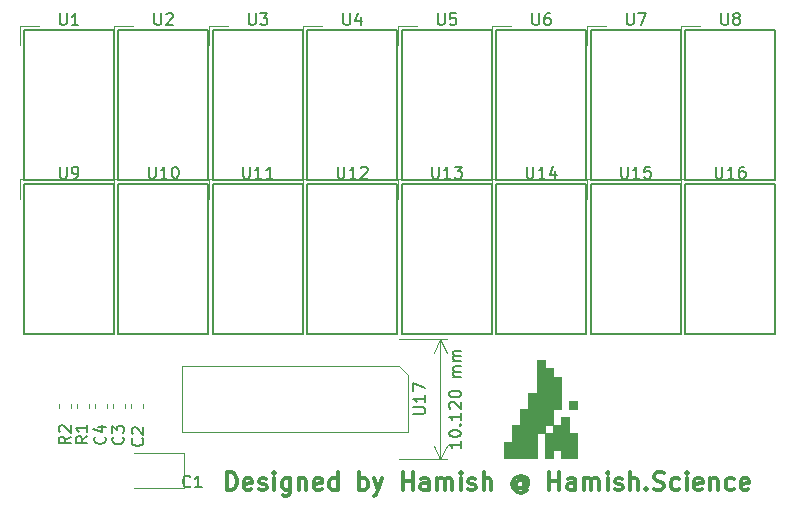
<source format=gbr>
G04 #@! TF.GenerationSoftware,KiCad,Pcbnew,(5.1.0-0)*
G04 #@! TF.CreationDate,2020-06-30T09:10:09+01:00*
G04 #@! TF.ProjectId,Display,44697370-6c61-4792-9e6b-696361645f70,rev?*
G04 #@! TF.SameCoordinates,Original*
G04 #@! TF.FileFunction,Legend,Top*
G04 #@! TF.FilePolarity,Positive*
%FSLAX46Y46*%
G04 Gerber Fmt 4.6, Leading zero omitted, Abs format (unit mm)*
G04 Created by KiCad (PCBNEW (5.1.0-0)) date 2020-06-30 09:10:09*
%MOMM*%
%LPD*%
G04 APERTURE LIST*
%ADD10C,0.150000*%
%ADD11C,0.120000*%
%ADD12C,0.300000*%
%ADD13C,0.010000*%
G04 APERTURE END LIST*
D10*
X209722380Y-95541428D02*
X209722380Y-96112857D01*
X209722380Y-95827142D02*
X208722380Y-95827142D01*
X208865238Y-95922380D01*
X208960476Y-96017619D01*
X209008095Y-96112857D01*
X208722380Y-94922380D02*
X208722380Y-94827142D01*
X208770000Y-94731904D01*
X208817619Y-94684285D01*
X208912857Y-94636666D01*
X209103333Y-94589047D01*
X209341428Y-94589047D01*
X209531904Y-94636666D01*
X209627142Y-94684285D01*
X209674761Y-94731904D01*
X209722380Y-94827142D01*
X209722380Y-94922380D01*
X209674761Y-95017619D01*
X209627142Y-95065238D01*
X209531904Y-95112857D01*
X209341428Y-95160476D01*
X209103333Y-95160476D01*
X208912857Y-95112857D01*
X208817619Y-95065238D01*
X208770000Y-95017619D01*
X208722380Y-94922380D01*
X209627142Y-94160476D02*
X209674761Y-94112857D01*
X209722380Y-94160476D01*
X209674761Y-94208095D01*
X209627142Y-94160476D01*
X209722380Y-94160476D01*
X209722380Y-93160476D02*
X209722380Y-93731904D01*
X209722380Y-93446190D02*
X208722380Y-93446190D01*
X208865238Y-93541428D01*
X208960476Y-93636666D01*
X209008095Y-93731904D01*
X208817619Y-92779523D02*
X208770000Y-92731904D01*
X208722380Y-92636666D01*
X208722380Y-92398571D01*
X208770000Y-92303333D01*
X208817619Y-92255714D01*
X208912857Y-92208095D01*
X209008095Y-92208095D01*
X209150952Y-92255714D01*
X209722380Y-92827142D01*
X209722380Y-92208095D01*
X208722380Y-91589047D02*
X208722380Y-91493809D01*
X208770000Y-91398571D01*
X208817619Y-91350952D01*
X208912857Y-91303333D01*
X209103333Y-91255714D01*
X209341428Y-91255714D01*
X209531904Y-91303333D01*
X209627142Y-91350952D01*
X209674761Y-91398571D01*
X209722380Y-91493809D01*
X209722380Y-91589047D01*
X209674761Y-91684285D01*
X209627142Y-91731904D01*
X209531904Y-91779523D01*
X209341428Y-91827142D01*
X209103333Y-91827142D01*
X208912857Y-91779523D01*
X208817619Y-91731904D01*
X208770000Y-91684285D01*
X208722380Y-91589047D01*
X209722380Y-90065238D02*
X209055714Y-90065238D01*
X209150952Y-90065238D02*
X209103333Y-90017619D01*
X209055714Y-89922380D01*
X209055714Y-89779523D01*
X209103333Y-89684285D01*
X209198571Y-89636666D01*
X209722380Y-89636666D01*
X209198571Y-89636666D02*
X209103333Y-89589047D01*
X209055714Y-89493809D01*
X209055714Y-89350952D01*
X209103333Y-89255714D01*
X209198571Y-89208095D01*
X209722380Y-89208095D01*
X209722380Y-88731904D02*
X209055714Y-88731904D01*
X209150952Y-88731904D02*
X209103333Y-88684285D01*
X209055714Y-88589047D01*
X209055714Y-88446190D01*
X209103333Y-88350952D01*
X209198571Y-88303333D01*
X209722380Y-88303333D01*
X209198571Y-88303333D02*
X209103333Y-88255714D01*
X209055714Y-88160476D01*
X209055714Y-88017619D01*
X209103333Y-87922380D01*
X209198571Y-87874761D01*
X209722380Y-87874761D01*
D11*
X208000000Y-97030000D02*
X208000000Y-86910000D01*
X204510000Y-97030000D02*
X208586421Y-97030000D01*
X204510000Y-86910000D02*
X208586421Y-86910000D01*
X208000000Y-86910000D02*
X208586421Y-88036504D01*
X208000000Y-86910000D02*
X207413579Y-88036504D01*
X208000000Y-97030000D02*
X208586421Y-95903496D01*
X208000000Y-97030000D02*
X207413579Y-95903496D01*
D12*
X189928571Y-99678571D02*
X189928571Y-98178571D01*
X190285714Y-98178571D01*
X190500000Y-98250000D01*
X190642857Y-98392857D01*
X190714285Y-98535714D01*
X190785714Y-98821428D01*
X190785714Y-99035714D01*
X190714285Y-99321428D01*
X190642857Y-99464285D01*
X190500000Y-99607142D01*
X190285714Y-99678571D01*
X189928571Y-99678571D01*
X192000000Y-99607142D02*
X191857142Y-99678571D01*
X191571428Y-99678571D01*
X191428571Y-99607142D01*
X191357142Y-99464285D01*
X191357142Y-98892857D01*
X191428571Y-98750000D01*
X191571428Y-98678571D01*
X191857142Y-98678571D01*
X192000000Y-98750000D01*
X192071428Y-98892857D01*
X192071428Y-99035714D01*
X191357142Y-99178571D01*
X192642857Y-99607142D02*
X192785714Y-99678571D01*
X193071428Y-99678571D01*
X193214285Y-99607142D01*
X193285714Y-99464285D01*
X193285714Y-99392857D01*
X193214285Y-99250000D01*
X193071428Y-99178571D01*
X192857142Y-99178571D01*
X192714285Y-99107142D01*
X192642857Y-98964285D01*
X192642857Y-98892857D01*
X192714285Y-98750000D01*
X192857142Y-98678571D01*
X193071428Y-98678571D01*
X193214285Y-98750000D01*
X193928571Y-99678571D02*
X193928571Y-98678571D01*
X193928571Y-98178571D02*
X193857142Y-98250000D01*
X193928571Y-98321428D01*
X194000000Y-98250000D01*
X193928571Y-98178571D01*
X193928571Y-98321428D01*
X195285714Y-98678571D02*
X195285714Y-99892857D01*
X195214285Y-100035714D01*
X195142857Y-100107142D01*
X195000000Y-100178571D01*
X194785714Y-100178571D01*
X194642857Y-100107142D01*
X195285714Y-99607142D02*
X195142857Y-99678571D01*
X194857142Y-99678571D01*
X194714285Y-99607142D01*
X194642857Y-99535714D01*
X194571428Y-99392857D01*
X194571428Y-98964285D01*
X194642857Y-98821428D01*
X194714285Y-98750000D01*
X194857142Y-98678571D01*
X195142857Y-98678571D01*
X195285714Y-98750000D01*
X196000000Y-98678571D02*
X196000000Y-99678571D01*
X196000000Y-98821428D02*
X196071428Y-98750000D01*
X196214285Y-98678571D01*
X196428571Y-98678571D01*
X196571428Y-98750000D01*
X196642857Y-98892857D01*
X196642857Y-99678571D01*
X197928571Y-99607142D02*
X197785714Y-99678571D01*
X197500000Y-99678571D01*
X197357142Y-99607142D01*
X197285714Y-99464285D01*
X197285714Y-98892857D01*
X197357142Y-98750000D01*
X197500000Y-98678571D01*
X197785714Y-98678571D01*
X197928571Y-98750000D01*
X198000000Y-98892857D01*
X198000000Y-99035714D01*
X197285714Y-99178571D01*
X199285714Y-99678571D02*
X199285714Y-98178571D01*
X199285714Y-99607142D02*
X199142857Y-99678571D01*
X198857142Y-99678571D01*
X198714285Y-99607142D01*
X198642857Y-99535714D01*
X198571428Y-99392857D01*
X198571428Y-98964285D01*
X198642857Y-98821428D01*
X198714285Y-98750000D01*
X198857142Y-98678571D01*
X199142857Y-98678571D01*
X199285714Y-98750000D01*
X201142857Y-99678571D02*
X201142857Y-98178571D01*
X201142857Y-98750000D02*
X201285714Y-98678571D01*
X201571428Y-98678571D01*
X201714285Y-98750000D01*
X201785714Y-98821428D01*
X201857142Y-98964285D01*
X201857142Y-99392857D01*
X201785714Y-99535714D01*
X201714285Y-99607142D01*
X201571428Y-99678571D01*
X201285714Y-99678571D01*
X201142857Y-99607142D01*
X202357142Y-98678571D02*
X202714285Y-99678571D01*
X203071428Y-98678571D02*
X202714285Y-99678571D01*
X202571428Y-100035714D01*
X202500000Y-100107142D01*
X202357142Y-100178571D01*
X204785714Y-99678571D02*
X204785714Y-98178571D01*
X204785714Y-98892857D02*
X205642857Y-98892857D01*
X205642857Y-99678571D02*
X205642857Y-98178571D01*
X207000000Y-99678571D02*
X207000000Y-98892857D01*
X206928571Y-98750000D01*
X206785714Y-98678571D01*
X206500000Y-98678571D01*
X206357142Y-98750000D01*
X207000000Y-99607142D02*
X206857142Y-99678571D01*
X206500000Y-99678571D01*
X206357142Y-99607142D01*
X206285714Y-99464285D01*
X206285714Y-99321428D01*
X206357142Y-99178571D01*
X206500000Y-99107142D01*
X206857142Y-99107142D01*
X207000000Y-99035714D01*
X207714285Y-99678571D02*
X207714285Y-98678571D01*
X207714285Y-98821428D02*
X207785714Y-98750000D01*
X207928571Y-98678571D01*
X208142857Y-98678571D01*
X208285714Y-98750000D01*
X208357142Y-98892857D01*
X208357142Y-99678571D01*
X208357142Y-98892857D02*
X208428571Y-98750000D01*
X208571428Y-98678571D01*
X208785714Y-98678571D01*
X208928571Y-98750000D01*
X209000000Y-98892857D01*
X209000000Y-99678571D01*
X209714285Y-99678571D02*
X209714285Y-98678571D01*
X209714285Y-98178571D02*
X209642857Y-98250000D01*
X209714285Y-98321428D01*
X209785714Y-98250000D01*
X209714285Y-98178571D01*
X209714285Y-98321428D01*
X210357142Y-99607142D02*
X210500000Y-99678571D01*
X210785714Y-99678571D01*
X210928571Y-99607142D01*
X211000000Y-99464285D01*
X211000000Y-99392857D01*
X210928571Y-99250000D01*
X210785714Y-99178571D01*
X210571428Y-99178571D01*
X210428571Y-99107142D01*
X210357142Y-98964285D01*
X210357142Y-98892857D01*
X210428571Y-98750000D01*
X210571428Y-98678571D01*
X210785714Y-98678571D01*
X210928571Y-98750000D01*
X211642857Y-99678571D02*
X211642857Y-98178571D01*
X212285714Y-99678571D02*
X212285714Y-98892857D01*
X212214285Y-98750000D01*
X212071428Y-98678571D01*
X211857142Y-98678571D01*
X211714285Y-98750000D01*
X211642857Y-98821428D01*
X215071428Y-98964285D02*
X215000000Y-98892857D01*
X214857142Y-98821428D01*
X214714285Y-98821428D01*
X214571428Y-98892857D01*
X214500000Y-98964285D01*
X214428571Y-99107142D01*
X214428571Y-99250000D01*
X214500000Y-99392857D01*
X214571428Y-99464285D01*
X214714285Y-99535714D01*
X214857142Y-99535714D01*
X215000000Y-99464285D01*
X215071428Y-99392857D01*
X215071428Y-98821428D02*
X215071428Y-99392857D01*
X215142857Y-99464285D01*
X215214285Y-99464285D01*
X215357142Y-99392857D01*
X215428571Y-99250000D01*
X215428571Y-98892857D01*
X215285714Y-98678571D01*
X215071428Y-98535714D01*
X214785714Y-98464285D01*
X214500000Y-98535714D01*
X214285714Y-98678571D01*
X214142857Y-98892857D01*
X214071428Y-99178571D01*
X214142857Y-99464285D01*
X214285714Y-99678571D01*
X214500000Y-99821428D01*
X214785714Y-99892857D01*
X215071428Y-99821428D01*
X215285714Y-99678571D01*
X217214285Y-99678571D02*
X217214285Y-98178571D01*
X217214285Y-98892857D02*
X218071428Y-98892857D01*
X218071428Y-99678571D02*
X218071428Y-98178571D01*
X219428571Y-99678571D02*
X219428571Y-98892857D01*
X219357142Y-98750000D01*
X219214285Y-98678571D01*
X218928571Y-98678571D01*
X218785714Y-98750000D01*
X219428571Y-99607142D02*
X219285714Y-99678571D01*
X218928571Y-99678571D01*
X218785714Y-99607142D01*
X218714285Y-99464285D01*
X218714285Y-99321428D01*
X218785714Y-99178571D01*
X218928571Y-99107142D01*
X219285714Y-99107142D01*
X219428571Y-99035714D01*
X220142857Y-99678571D02*
X220142857Y-98678571D01*
X220142857Y-98821428D02*
X220214285Y-98750000D01*
X220357142Y-98678571D01*
X220571428Y-98678571D01*
X220714285Y-98750000D01*
X220785714Y-98892857D01*
X220785714Y-99678571D01*
X220785714Y-98892857D02*
X220857142Y-98750000D01*
X221000000Y-98678571D01*
X221214285Y-98678571D01*
X221357142Y-98750000D01*
X221428571Y-98892857D01*
X221428571Y-99678571D01*
X222142857Y-99678571D02*
X222142857Y-98678571D01*
X222142857Y-98178571D02*
X222071428Y-98250000D01*
X222142857Y-98321428D01*
X222214285Y-98250000D01*
X222142857Y-98178571D01*
X222142857Y-98321428D01*
X222785714Y-99607142D02*
X222928571Y-99678571D01*
X223214285Y-99678571D01*
X223357142Y-99607142D01*
X223428571Y-99464285D01*
X223428571Y-99392857D01*
X223357142Y-99250000D01*
X223214285Y-99178571D01*
X223000000Y-99178571D01*
X222857142Y-99107142D01*
X222785714Y-98964285D01*
X222785714Y-98892857D01*
X222857142Y-98750000D01*
X223000000Y-98678571D01*
X223214285Y-98678571D01*
X223357142Y-98750000D01*
X224071428Y-99678571D02*
X224071428Y-98178571D01*
X224714285Y-99678571D02*
X224714285Y-98892857D01*
X224642857Y-98750000D01*
X224500000Y-98678571D01*
X224285714Y-98678571D01*
X224142857Y-98750000D01*
X224071428Y-98821428D01*
X225428571Y-99535714D02*
X225500000Y-99607142D01*
X225428571Y-99678571D01*
X225357142Y-99607142D01*
X225428571Y-99535714D01*
X225428571Y-99678571D01*
X226071428Y-99607142D02*
X226285714Y-99678571D01*
X226642857Y-99678571D01*
X226785714Y-99607142D01*
X226857142Y-99535714D01*
X226928571Y-99392857D01*
X226928571Y-99250000D01*
X226857142Y-99107142D01*
X226785714Y-99035714D01*
X226642857Y-98964285D01*
X226357142Y-98892857D01*
X226214285Y-98821428D01*
X226142857Y-98750000D01*
X226071428Y-98607142D01*
X226071428Y-98464285D01*
X226142857Y-98321428D01*
X226214285Y-98250000D01*
X226357142Y-98178571D01*
X226714285Y-98178571D01*
X226928571Y-98250000D01*
X228214285Y-99607142D02*
X228071428Y-99678571D01*
X227785714Y-99678571D01*
X227642857Y-99607142D01*
X227571428Y-99535714D01*
X227500000Y-99392857D01*
X227500000Y-98964285D01*
X227571428Y-98821428D01*
X227642857Y-98750000D01*
X227785714Y-98678571D01*
X228071428Y-98678571D01*
X228214285Y-98750000D01*
X228857142Y-99678571D02*
X228857142Y-98678571D01*
X228857142Y-98178571D02*
X228785714Y-98250000D01*
X228857142Y-98321428D01*
X228928571Y-98250000D01*
X228857142Y-98178571D01*
X228857142Y-98321428D01*
X230142857Y-99607142D02*
X230000000Y-99678571D01*
X229714285Y-99678571D01*
X229571428Y-99607142D01*
X229500000Y-99464285D01*
X229500000Y-98892857D01*
X229571428Y-98750000D01*
X229714285Y-98678571D01*
X230000000Y-98678571D01*
X230142857Y-98750000D01*
X230214285Y-98892857D01*
X230214285Y-99035714D01*
X229500000Y-99178571D01*
X230857142Y-98678571D02*
X230857142Y-99678571D01*
X230857142Y-98821428D02*
X230928571Y-98750000D01*
X231071428Y-98678571D01*
X231285714Y-98678571D01*
X231428571Y-98750000D01*
X231500000Y-98892857D01*
X231500000Y-99678571D01*
X232857142Y-99607142D02*
X232714285Y-99678571D01*
X232428571Y-99678571D01*
X232285714Y-99607142D01*
X232214285Y-99535714D01*
X232142857Y-99392857D01*
X232142857Y-98964285D01*
X232214285Y-98821428D01*
X232285714Y-98750000D01*
X232428571Y-98678571D01*
X232714285Y-98678571D01*
X232857142Y-98750000D01*
X234071428Y-99607142D02*
X233928571Y-99678571D01*
X233642857Y-99678571D01*
X233500000Y-99607142D01*
X233428571Y-99464285D01*
X233428571Y-98892857D01*
X233500000Y-98750000D01*
X233642857Y-98678571D01*
X233928571Y-98678571D01*
X234071428Y-98750000D01*
X234142857Y-98892857D01*
X234142857Y-99035714D01*
X233428571Y-99178571D01*
D11*
X180370000Y-73370000D02*
X182000000Y-73370000D01*
X180370000Y-75000000D02*
X180370000Y-73370000D01*
D10*
X188350000Y-86430000D02*
X188350000Y-73730000D01*
X180730000Y-86430000D02*
X188350000Y-86430000D01*
X180730000Y-73730000D02*
X180730000Y-86430000D01*
X188350000Y-73730000D02*
X180730000Y-73730000D01*
D11*
X204455000Y-89160000D02*
X205255000Y-89960000D01*
X205255000Y-89960000D02*
X205255000Y-94780000D01*
X205255000Y-94780000D02*
X186145000Y-94780000D01*
X186145000Y-94780000D02*
X186145000Y-89160000D01*
X186145000Y-89160000D02*
X204455000Y-89160000D01*
D13*
G36*
X218882500Y-96247500D02*
G01*
X219570000Y-96247500D01*
X219570000Y-96935000D01*
X218882500Y-96935000D01*
X218882500Y-96247500D01*
X218882500Y-96247500D01*
G37*
X218882500Y-96247500D02*
X219570000Y-96247500D01*
X219570000Y-96935000D01*
X218882500Y-96935000D01*
X218882500Y-96247500D01*
G36*
X218195000Y-96247500D02*
G01*
X218882500Y-96247500D01*
X218882500Y-96935000D01*
X218195000Y-96935000D01*
X218195000Y-96247500D01*
X218195000Y-96247500D01*
G37*
X218195000Y-96247500D02*
X218882500Y-96247500D01*
X218882500Y-96935000D01*
X218195000Y-96935000D01*
X218195000Y-96247500D01*
G36*
X216820000Y-96247500D02*
G01*
X217507500Y-96247500D01*
X217507500Y-96935000D01*
X216820000Y-96935000D01*
X216820000Y-96247500D01*
X216820000Y-96247500D01*
G37*
X216820000Y-96247500D02*
X217507500Y-96247500D01*
X217507500Y-96935000D01*
X216820000Y-96935000D01*
X216820000Y-96247500D01*
G36*
X215445000Y-96247500D02*
G01*
X216132500Y-96247500D01*
X216132500Y-96935000D01*
X215445000Y-96935000D01*
X215445000Y-96247500D01*
X215445000Y-96247500D01*
G37*
X215445000Y-96247500D02*
X216132500Y-96247500D01*
X216132500Y-96935000D01*
X215445000Y-96935000D01*
X215445000Y-96247500D01*
G36*
X214757500Y-96247500D02*
G01*
X215445000Y-96247500D01*
X215445000Y-96935000D01*
X214757500Y-96935000D01*
X214757500Y-96247500D01*
X214757500Y-96247500D01*
G37*
X214757500Y-96247500D02*
X215445000Y-96247500D01*
X215445000Y-96935000D01*
X214757500Y-96935000D01*
X214757500Y-96247500D01*
G36*
X214070000Y-96247500D02*
G01*
X214757500Y-96247500D01*
X214757500Y-96935000D01*
X214070000Y-96935000D01*
X214070000Y-96247500D01*
X214070000Y-96247500D01*
G37*
X214070000Y-96247500D02*
X214757500Y-96247500D01*
X214757500Y-96935000D01*
X214070000Y-96935000D01*
X214070000Y-96247500D01*
G36*
X213382500Y-96247500D02*
G01*
X214070000Y-96247500D01*
X214070000Y-96935000D01*
X213382500Y-96935000D01*
X213382500Y-96247500D01*
X213382500Y-96247500D01*
G37*
X213382500Y-96247500D02*
X214070000Y-96247500D01*
X214070000Y-96935000D01*
X213382500Y-96935000D01*
X213382500Y-96247500D01*
G36*
X218882500Y-95560000D02*
G01*
X219570000Y-95560000D01*
X219570000Y-96247500D01*
X218882500Y-96247500D01*
X218882500Y-95560000D01*
X218882500Y-95560000D01*
G37*
X218882500Y-95560000D02*
X219570000Y-95560000D01*
X219570000Y-96247500D01*
X218882500Y-96247500D01*
X218882500Y-95560000D01*
G36*
X218195000Y-95560000D02*
G01*
X218882500Y-95560000D01*
X218882500Y-96247500D01*
X218195000Y-96247500D01*
X218195000Y-95560000D01*
X218195000Y-95560000D01*
G37*
X218195000Y-95560000D02*
X218882500Y-95560000D01*
X218882500Y-96247500D01*
X218195000Y-96247500D01*
X218195000Y-95560000D01*
G36*
X217507500Y-95560000D02*
G01*
X218195000Y-95560000D01*
X218195000Y-96247500D01*
X217507500Y-96247500D01*
X217507500Y-95560000D01*
X217507500Y-95560000D01*
G37*
X217507500Y-95560000D02*
X218195000Y-95560000D01*
X218195000Y-96247500D01*
X217507500Y-96247500D01*
X217507500Y-95560000D01*
G36*
X216820000Y-95560000D02*
G01*
X217507500Y-95560000D01*
X217507500Y-96247500D01*
X216820000Y-96247500D01*
X216820000Y-95560000D01*
X216820000Y-95560000D01*
G37*
X216820000Y-95560000D02*
X217507500Y-95560000D01*
X217507500Y-96247500D01*
X216820000Y-96247500D01*
X216820000Y-95560000D01*
G36*
X215445000Y-95560000D02*
G01*
X216132500Y-95560000D01*
X216132500Y-96247500D01*
X215445000Y-96247500D01*
X215445000Y-95560000D01*
X215445000Y-95560000D01*
G37*
X215445000Y-95560000D02*
X216132500Y-95560000D01*
X216132500Y-96247500D01*
X215445000Y-96247500D01*
X215445000Y-95560000D01*
G36*
X214757500Y-95560000D02*
G01*
X215445000Y-95560000D01*
X215445000Y-96247500D01*
X214757500Y-96247500D01*
X214757500Y-95560000D01*
X214757500Y-95560000D01*
G37*
X214757500Y-95560000D02*
X215445000Y-95560000D01*
X215445000Y-96247500D01*
X214757500Y-96247500D01*
X214757500Y-95560000D01*
G36*
X214070000Y-95560000D02*
G01*
X214757500Y-95560000D01*
X214757500Y-96247500D01*
X214070000Y-96247500D01*
X214070000Y-95560000D01*
X214070000Y-95560000D01*
G37*
X214070000Y-95560000D02*
X214757500Y-95560000D01*
X214757500Y-96247500D01*
X214070000Y-96247500D01*
X214070000Y-95560000D01*
G36*
X213382500Y-95560000D02*
G01*
X214070000Y-95560000D01*
X214070000Y-96247500D01*
X213382500Y-96247500D01*
X213382500Y-95560000D01*
X213382500Y-95560000D01*
G37*
X213382500Y-95560000D02*
X214070000Y-95560000D01*
X214070000Y-96247500D01*
X213382500Y-96247500D01*
X213382500Y-95560000D01*
G36*
X218882500Y-94872500D02*
G01*
X219570000Y-94872500D01*
X219570000Y-95560000D01*
X218882500Y-95560000D01*
X218882500Y-94872500D01*
X218882500Y-94872500D01*
G37*
X218882500Y-94872500D02*
X219570000Y-94872500D01*
X219570000Y-95560000D01*
X218882500Y-95560000D01*
X218882500Y-94872500D01*
G36*
X218195000Y-94872500D02*
G01*
X218882500Y-94872500D01*
X218882500Y-95560000D01*
X218195000Y-95560000D01*
X218195000Y-94872500D01*
X218195000Y-94872500D01*
G37*
X218195000Y-94872500D02*
X218882500Y-94872500D01*
X218882500Y-95560000D01*
X218195000Y-95560000D01*
X218195000Y-94872500D01*
G36*
X217507500Y-94872500D02*
G01*
X218195000Y-94872500D01*
X218195000Y-95560000D01*
X217507500Y-95560000D01*
X217507500Y-94872500D01*
X217507500Y-94872500D01*
G37*
X217507500Y-94872500D02*
X218195000Y-94872500D01*
X218195000Y-95560000D01*
X217507500Y-95560000D01*
X217507500Y-94872500D01*
G36*
X216820000Y-94872500D02*
G01*
X217507500Y-94872500D01*
X217507500Y-95560000D01*
X216820000Y-95560000D01*
X216820000Y-94872500D01*
X216820000Y-94872500D01*
G37*
X216820000Y-94872500D02*
X217507500Y-94872500D01*
X217507500Y-95560000D01*
X216820000Y-95560000D01*
X216820000Y-94872500D01*
G36*
X215445000Y-94872500D02*
G01*
X216132500Y-94872500D01*
X216132500Y-95560000D01*
X215445000Y-95560000D01*
X215445000Y-94872500D01*
X215445000Y-94872500D01*
G37*
X215445000Y-94872500D02*
X216132500Y-94872500D01*
X216132500Y-95560000D01*
X215445000Y-95560000D01*
X215445000Y-94872500D01*
G36*
X214757500Y-94872500D02*
G01*
X215445000Y-94872500D01*
X215445000Y-95560000D01*
X214757500Y-95560000D01*
X214757500Y-94872500D01*
X214757500Y-94872500D01*
G37*
X214757500Y-94872500D02*
X215445000Y-94872500D01*
X215445000Y-95560000D01*
X214757500Y-95560000D01*
X214757500Y-94872500D01*
G36*
X214070000Y-94872500D02*
G01*
X214757500Y-94872500D01*
X214757500Y-95560000D01*
X214070000Y-95560000D01*
X214070000Y-94872500D01*
X214070000Y-94872500D01*
G37*
X214070000Y-94872500D02*
X214757500Y-94872500D01*
X214757500Y-95560000D01*
X214070000Y-95560000D01*
X214070000Y-94872500D01*
G36*
X218195000Y-94185000D02*
G01*
X218882500Y-94185000D01*
X218882500Y-94872500D01*
X218195000Y-94872500D01*
X218195000Y-94185000D01*
X218195000Y-94185000D01*
G37*
X218195000Y-94185000D02*
X218882500Y-94185000D01*
X218882500Y-94872500D01*
X218195000Y-94872500D01*
X218195000Y-94185000D01*
G36*
X217507500Y-94185000D02*
G01*
X218195000Y-94185000D01*
X218195000Y-94872500D01*
X217507500Y-94872500D01*
X217507500Y-94185000D01*
X217507500Y-94185000D01*
G37*
X217507500Y-94185000D02*
X218195000Y-94185000D01*
X218195000Y-94872500D01*
X217507500Y-94872500D01*
X217507500Y-94185000D01*
G36*
X216132500Y-94185000D02*
G01*
X216820000Y-94185000D01*
X216820000Y-94872500D01*
X216132500Y-94872500D01*
X216132500Y-94185000D01*
X216132500Y-94185000D01*
G37*
X216132500Y-94185000D02*
X216820000Y-94185000D01*
X216820000Y-94872500D01*
X216132500Y-94872500D01*
X216132500Y-94185000D01*
G36*
X215445000Y-94185000D02*
G01*
X216132500Y-94185000D01*
X216132500Y-94872500D01*
X215445000Y-94872500D01*
X215445000Y-94185000D01*
X215445000Y-94185000D01*
G37*
X215445000Y-94185000D02*
X216132500Y-94185000D01*
X216132500Y-94872500D01*
X215445000Y-94872500D01*
X215445000Y-94185000D01*
G36*
X214757500Y-94185000D02*
G01*
X215445000Y-94185000D01*
X215445000Y-94872500D01*
X214757500Y-94872500D01*
X214757500Y-94185000D01*
X214757500Y-94185000D01*
G37*
X214757500Y-94185000D02*
X215445000Y-94185000D01*
X215445000Y-94872500D01*
X214757500Y-94872500D01*
X214757500Y-94185000D01*
G36*
X214070000Y-94185000D02*
G01*
X214757500Y-94185000D01*
X214757500Y-94872500D01*
X214070000Y-94872500D01*
X214070000Y-94185000D01*
X214070000Y-94185000D01*
G37*
X214070000Y-94185000D02*
X214757500Y-94185000D01*
X214757500Y-94872500D01*
X214070000Y-94872500D01*
X214070000Y-94185000D01*
G36*
X218195000Y-93497500D02*
G01*
X218882500Y-93497500D01*
X218882500Y-94185000D01*
X218195000Y-94185000D01*
X218195000Y-93497500D01*
X218195000Y-93497500D01*
G37*
X218195000Y-93497500D02*
X218882500Y-93497500D01*
X218882500Y-94185000D01*
X218195000Y-94185000D01*
X218195000Y-93497500D01*
G36*
X216820000Y-93497500D02*
G01*
X217507500Y-93497500D01*
X217507500Y-94185000D01*
X216820000Y-94185000D01*
X216820000Y-93497500D01*
X216820000Y-93497500D01*
G37*
X216820000Y-93497500D02*
X217507500Y-93497500D01*
X217507500Y-94185000D01*
X216820000Y-94185000D01*
X216820000Y-93497500D01*
G36*
X216132500Y-93497500D02*
G01*
X216820000Y-93497500D01*
X216820000Y-94185000D01*
X216132500Y-94185000D01*
X216132500Y-93497500D01*
X216132500Y-93497500D01*
G37*
X216132500Y-93497500D02*
X216820000Y-93497500D01*
X216820000Y-94185000D01*
X216132500Y-94185000D01*
X216132500Y-93497500D01*
G36*
X215445000Y-93497500D02*
G01*
X216132500Y-93497500D01*
X216132500Y-94185000D01*
X215445000Y-94185000D01*
X215445000Y-93497500D01*
X215445000Y-93497500D01*
G37*
X215445000Y-93497500D02*
X216132500Y-93497500D01*
X216132500Y-94185000D01*
X215445000Y-94185000D01*
X215445000Y-93497500D01*
G36*
X214757500Y-93497500D02*
G01*
X215445000Y-93497500D01*
X215445000Y-94185000D01*
X214757500Y-94185000D01*
X214757500Y-93497500D01*
X214757500Y-93497500D01*
G37*
X214757500Y-93497500D02*
X215445000Y-93497500D01*
X215445000Y-94185000D01*
X214757500Y-94185000D01*
X214757500Y-93497500D01*
G36*
X216820000Y-92810000D02*
G01*
X217507500Y-92810000D01*
X217507500Y-93497500D01*
X216820000Y-93497500D01*
X216820000Y-92810000D01*
X216820000Y-92810000D01*
G37*
X216820000Y-92810000D02*
X217507500Y-92810000D01*
X217507500Y-93497500D01*
X216820000Y-93497500D01*
X216820000Y-92810000D01*
G36*
X216132500Y-92810000D02*
G01*
X216820000Y-92810000D01*
X216820000Y-93497500D01*
X216132500Y-93497500D01*
X216132500Y-92810000D01*
X216132500Y-92810000D01*
G37*
X216132500Y-92810000D02*
X216820000Y-92810000D01*
X216820000Y-93497500D01*
X216132500Y-93497500D01*
X216132500Y-92810000D01*
G36*
X215445000Y-92810000D02*
G01*
X216132500Y-92810000D01*
X216132500Y-93497500D01*
X215445000Y-93497500D01*
X215445000Y-92810000D01*
X215445000Y-92810000D01*
G37*
X215445000Y-92810000D02*
X216132500Y-92810000D01*
X216132500Y-93497500D01*
X215445000Y-93497500D01*
X215445000Y-92810000D01*
G36*
X214757500Y-92810000D02*
G01*
X215445000Y-92810000D01*
X215445000Y-93497500D01*
X214757500Y-93497500D01*
X214757500Y-92810000D01*
X214757500Y-92810000D01*
G37*
X214757500Y-92810000D02*
X215445000Y-92810000D01*
X215445000Y-93497500D01*
X214757500Y-93497500D01*
X214757500Y-92810000D01*
G36*
X218882500Y-92122500D02*
G01*
X219570000Y-92122500D01*
X219570000Y-92810000D01*
X218882500Y-92810000D01*
X218882500Y-92122500D01*
X218882500Y-92122500D01*
G37*
X218882500Y-92122500D02*
X219570000Y-92122500D01*
X219570000Y-92810000D01*
X218882500Y-92810000D01*
X218882500Y-92122500D01*
G36*
X217507500Y-92122500D02*
G01*
X218195000Y-92122500D01*
X218195000Y-92810000D01*
X217507500Y-92810000D01*
X217507500Y-92122500D01*
X217507500Y-92122500D01*
G37*
X217507500Y-92122500D02*
X218195000Y-92122500D01*
X218195000Y-92810000D01*
X217507500Y-92810000D01*
X217507500Y-92122500D01*
G36*
X216820000Y-92122500D02*
G01*
X217507500Y-92122500D01*
X217507500Y-92810000D01*
X216820000Y-92810000D01*
X216820000Y-92122500D01*
X216820000Y-92122500D01*
G37*
X216820000Y-92122500D02*
X217507500Y-92122500D01*
X217507500Y-92810000D01*
X216820000Y-92810000D01*
X216820000Y-92122500D01*
G36*
X216132500Y-92122500D02*
G01*
X216820000Y-92122500D01*
X216820000Y-92810000D01*
X216132500Y-92810000D01*
X216132500Y-92122500D01*
X216132500Y-92122500D01*
G37*
X216132500Y-92122500D02*
X216820000Y-92122500D01*
X216820000Y-92810000D01*
X216132500Y-92810000D01*
X216132500Y-92122500D01*
G36*
X215445000Y-92122500D02*
G01*
X216132500Y-92122500D01*
X216132500Y-92810000D01*
X215445000Y-92810000D01*
X215445000Y-92122500D01*
X215445000Y-92122500D01*
G37*
X215445000Y-92122500D02*
X216132500Y-92122500D01*
X216132500Y-92810000D01*
X215445000Y-92810000D01*
X215445000Y-92122500D01*
G36*
X217507500Y-91435000D02*
G01*
X218195000Y-91435000D01*
X218195000Y-92122500D01*
X217507500Y-92122500D01*
X217507500Y-91435000D01*
X217507500Y-91435000D01*
G37*
X217507500Y-91435000D02*
X218195000Y-91435000D01*
X218195000Y-92122500D01*
X217507500Y-92122500D01*
X217507500Y-91435000D01*
G36*
X216820000Y-91435000D02*
G01*
X217507500Y-91435000D01*
X217507500Y-92122500D01*
X216820000Y-92122500D01*
X216820000Y-91435000D01*
X216820000Y-91435000D01*
G37*
X216820000Y-91435000D02*
X217507500Y-91435000D01*
X217507500Y-92122500D01*
X216820000Y-92122500D01*
X216820000Y-91435000D01*
G36*
X216132500Y-91435000D02*
G01*
X216820000Y-91435000D01*
X216820000Y-92122500D01*
X216132500Y-92122500D01*
X216132500Y-91435000D01*
X216132500Y-91435000D01*
G37*
X216132500Y-91435000D02*
X216820000Y-91435000D01*
X216820000Y-92122500D01*
X216132500Y-92122500D01*
X216132500Y-91435000D01*
G36*
X215445000Y-91435000D02*
G01*
X216132500Y-91435000D01*
X216132500Y-92122500D01*
X215445000Y-92122500D01*
X215445000Y-91435000D01*
X215445000Y-91435000D01*
G37*
X215445000Y-91435000D02*
X216132500Y-91435000D01*
X216132500Y-92122500D01*
X215445000Y-92122500D01*
X215445000Y-91435000D01*
G36*
X217507500Y-90747500D02*
G01*
X218195000Y-90747500D01*
X218195000Y-91435000D01*
X217507500Y-91435000D01*
X217507500Y-90747500D01*
X217507500Y-90747500D01*
G37*
X217507500Y-90747500D02*
X218195000Y-90747500D01*
X218195000Y-91435000D01*
X217507500Y-91435000D01*
X217507500Y-90747500D01*
G36*
X216820000Y-90747500D02*
G01*
X217507500Y-90747500D01*
X217507500Y-91435000D01*
X216820000Y-91435000D01*
X216820000Y-90747500D01*
X216820000Y-90747500D01*
G37*
X216820000Y-90747500D02*
X217507500Y-90747500D01*
X217507500Y-91435000D01*
X216820000Y-91435000D01*
X216820000Y-90747500D01*
G36*
X216132500Y-90747500D02*
G01*
X216820000Y-90747500D01*
X216820000Y-91435000D01*
X216132500Y-91435000D01*
X216132500Y-90747500D01*
X216132500Y-90747500D01*
G37*
X216132500Y-90747500D02*
X216820000Y-90747500D01*
X216820000Y-91435000D01*
X216132500Y-91435000D01*
X216132500Y-90747500D01*
G36*
X217507500Y-90060000D02*
G01*
X218195000Y-90060000D01*
X218195000Y-90747500D01*
X217507500Y-90747500D01*
X217507500Y-90060000D01*
X217507500Y-90060000D01*
G37*
X217507500Y-90060000D02*
X218195000Y-90060000D01*
X218195000Y-90747500D01*
X217507500Y-90747500D01*
X217507500Y-90060000D01*
G36*
X216820000Y-90060000D02*
G01*
X217507500Y-90060000D01*
X217507500Y-90747500D01*
X216820000Y-90747500D01*
X216820000Y-90060000D01*
X216820000Y-90060000D01*
G37*
X216820000Y-90060000D02*
X217507500Y-90060000D01*
X217507500Y-90747500D01*
X216820000Y-90747500D01*
X216820000Y-90060000D01*
G36*
X216132500Y-90060000D02*
G01*
X216820000Y-90060000D01*
X216820000Y-90747500D01*
X216132500Y-90747500D01*
X216132500Y-90060000D01*
X216132500Y-90060000D01*
G37*
X216132500Y-90060000D02*
X216820000Y-90060000D01*
X216820000Y-90747500D01*
X216132500Y-90747500D01*
X216132500Y-90060000D01*
G36*
X216820000Y-89372500D02*
G01*
X217507500Y-89372500D01*
X217507500Y-90060000D01*
X216820000Y-90060000D01*
X216820000Y-89372500D01*
X216820000Y-89372500D01*
G37*
X216820000Y-89372500D02*
X217507500Y-89372500D01*
X217507500Y-90060000D01*
X216820000Y-90060000D01*
X216820000Y-89372500D01*
G36*
X216132500Y-89372500D02*
G01*
X216820000Y-89372500D01*
X216820000Y-90060000D01*
X216132500Y-90060000D01*
X216132500Y-89372500D01*
X216132500Y-89372500D01*
G37*
X216132500Y-89372500D02*
X216820000Y-89372500D01*
X216820000Y-90060000D01*
X216132500Y-90060000D01*
X216132500Y-89372500D01*
G36*
X216132500Y-88685000D02*
G01*
X216820000Y-88685000D01*
X216820000Y-89372500D01*
X216132500Y-89372500D01*
X216132500Y-88685000D01*
X216132500Y-88685000D01*
G37*
X216132500Y-88685000D02*
X216820000Y-88685000D01*
X216820000Y-89372500D01*
X216132500Y-89372500D01*
X216132500Y-88685000D01*
D11*
X182778000Y-92735279D02*
X182778000Y-92409721D01*
X181758000Y-92735279D02*
X181758000Y-92409721D01*
X180236000Y-92409721D02*
X180236000Y-92735279D01*
X181256000Y-92409721D02*
X181256000Y-92735279D01*
X179734000Y-92409721D02*
X179734000Y-92735279D01*
X178714000Y-92409721D02*
X178714000Y-92735279D01*
X177192000Y-92409721D02*
X177192000Y-92735279D01*
X178212000Y-92409721D02*
X178212000Y-92735279D01*
X176690000Y-92409721D02*
X176690000Y-92735279D01*
X175670000Y-92409721D02*
X175670000Y-92735279D01*
D10*
X180350000Y-60730000D02*
X172730000Y-60730000D01*
X172730000Y-60730000D02*
X172730000Y-73430000D01*
X172730000Y-73430000D02*
X180350000Y-73430000D01*
X180350000Y-73430000D02*
X180350000Y-60730000D01*
D11*
X172370000Y-62000000D02*
X172370000Y-60370000D01*
X172370000Y-60370000D02*
X174000000Y-60370000D01*
X180370000Y-60370000D02*
X182000000Y-60370000D01*
X180370000Y-62000000D02*
X180370000Y-60370000D01*
D10*
X188350000Y-73430000D02*
X188350000Y-60730000D01*
X180730000Y-73430000D02*
X188350000Y-73430000D01*
X180730000Y-60730000D02*
X180730000Y-73430000D01*
X188350000Y-60730000D02*
X180730000Y-60730000D01*
X196350000Y-60730000D02*
X188730000Y-60730000D01*
X188730000Y-60730000D02*
X188730000Y-73430000D01*
X188730000Y-73430000D02*
X196350000Y-73430000D01*
X196350000Y-73430000D02*
X196350000Y-60730000D01*
D11*
X188370000Y-62000000D02*
X188370000Y-60370000D01*
X188370000Y-60370000D02*
X190000000Y-60370000D01*
X196370000Y-60370000D02*
X198000000Y-60370000D01*
X196370000Y-62000000D02*
X196370000Y-60370000D01*
D10*
X204350000Y-73430000D02*
X204350000Y-60730000D01*
X196730000Y-73430000D02*
X204350000Y-73430000D01*
X196730000Y-60730000D02*
X196730000Y-73430000D01*
X204350000Y-60730000D02*
X196730000Y-60730000D01*
X212350000Y-60730000D02*
X204730000Y-60730000D01*
X204730000Y-60730000D02*
X204730000Y-73430000D01*
X204730000Y-73430000D02*
X212350000Y-73430000D01*
X212350000Y-73430000D02*
X212350000Y-60730000D01*
D11*
X204370000Y-62000000D02*
X204370000Y-60370000D01*
X204370000Y-60370000D02*
X206000000Y-60370000D01*
X212370000Y-60370000D02*
X214000000Y-60370000D01*
X212370000Y-62000000D02*
X212370000Y-60370000D01*
D10*
X220350000Y-73430000D02*
X220350000Y-60730000D01*
X212730000Y-73430000D02*
X220350000Y-73430000D01*
X212730000Y-60730000D02*
X212730000Y-73430000D01*
X220350000Y-60730000D02*
X212730000Y-60730000D01*
X228350000Y-60730000D02*
X220730000Y-60730000D01*
X220730000Y-60730000D02*
X220730000Y-73430000D01*
X220730000Y-73430000D02*
X228350000Y-73430000D01*
X228350000Y-73430000D02*
X228350000Y-60730000D01*
D11*
X220370000Y-62000000D02*
X220370000Y-60370000D01*
X220370000Y-60370000D02*
X222000000Y-60370000D01*
X228370000Y-60370000D02*
X230000000Y-60370000D01*
X228370000Y-62000000D02*
X228370000Y-60370000D01*
D10*
X236350000Y-73430000D02*
X236350000Y-60730000D01*
X228730000Y-73430000D02*
X236350000Y-73430000D01*
X228730000Y-60730000D02*
X228730000Y-73430000D01*
X236350000Y-60730000D02*
X228730000Y-60730000D01*
X180350000Y-73730000D02*
X172730000Y-73730000D01*
X172730000Y-73730000D02*
X172730000Y-86430000D01*
X172730000Y-86430000D02*
X180350000Y-86430000D01*
X180350000Y-86430000D02*
X180350000Y-73730000D01*
D11*
X172370000Y-75000000D02*
X172370000Y-73370000D01*
X172370000Y-73370000D02*
X174000000Y-73370000D01*
D10*
X196350000Y-73730000D02*
X188730000Y-73730000D01*
X188730000Y-73730000D02*
X188730000Y-86430000D01*
X188730000Y-86430000D02*
X196350000Y-86430000D01*
X196350000Y-86430000D02*
X196350000Y-73730000D01*
D11*
X188370000Y-75000000D02*
X188370000Y-73370000D01*
X188370000Y-73370000D02*
X190000000Y-73370000D01*
X196370000Y-73370000D02*
X198000000Y-73370000D01*
X196370000Y-75000000D02*
X196370000Y-73370000D01*
D10*
X204350000Y-86430000D02*
X204350000Y-73730000D01*
X196730000Y-86430000D02*
X204350000Y-86430000D01*
X196730000Y-73730000D02*
X196730000Y-86430000D01*
X204350000Y-73730000D02*
X196730000Y-73730000D01*
X212350000Y-73730000D02*
X204730000Y-73730000D01*
X204730000Y-73730000D02*
X204730000Y-86430000D01*
X204730000Y-86430000D02*
X212350000Y-86430000D01*
X212350000Y-86430000D02*
X212350000Y-73730000D01*
D11*
X204370000Y-75000000D02*
X204370000Y-73370000D01*
X204370000Y-73370000D02*
X206000000Y-73370000D01*
X212370000Y-73370000D02*
X214000000Y-73370000D01*
X212370000Y-75000000D02*
X212370000Y-73370000D01*
D10*
X220350000Y-86430000D02*
X220350000Y-73730000D01*
X212730000Y-86430000D02*
X220350000Y-86430000D01*
X212730000Y-73730000D02*
X212730000Y-86430000D01*
X220350000Y-73730000D02*
X212730000Y-73730000D01*
X228350000Y-73730000D02*
X220730000Y-73730000D01*
X220730000Y-73730000D02*
X220730000Y-86430000D01*
X220730000Y-86430000D02*
X228350000Y-86430000D01*
X228350000Y-86430000D02*
X228350000Y-73730000D01*
D11*
X220370000Y-75000000D02*
X220370000Y-73370000D01*
X220370000Y-73370000D02*
X222000000Y-73370000D01*
X228370000Y-73370000D02*
X230000000Y-73370000D01*
X228370000Y-75000000D02*
X228370000Y-73370000D01*
D10*
X236350000Y-86430000D02*
X236350000Y-73730000D01*
X228730000Y-86430000D02*
X236350000Y-86430000D01*
X228730000Y-73730000D02*
X228730000Y-86430000D01*
X236350000Y-73730000D02*
X228730000Y-73730000D01*
D11*
X182040000Y-99510000D02*
X186250000Y-99510000D01*
X186250000Y-99510000D02*
X186250000Y-96490000D01*
X186250000Y-96490000D02*
X182040000Y-96490000D01*
D10*
X183301904Y-72293380D02*
X183301904Y-73102904D01*
X183349523Y-73198142D01*
X183397142Y-73245761D01*
X183492380Y-73293380D01*
X183682857Y-73293380D01*
X183778095Y-73245761D01*
X183825714Y-73198142D01*
X183873333Y-73102904D01*
X183873333Y-72293380D01*
X184873333Y-73293380D02*
X184301904Y-73293380D01*
X184587619Y-73293380D02*
X184587619Y-72293380D01*
X184492380Y-72436238D01*
X184397142Y-72531476D01*
X184301904Y-72579095D01*
X185492380Y-72293380D02*
X185587619Y-72293380D01*
X185682857Y-72341000D01*
X185730476Y-72388619D01*
X185778095Y-72483857D01*
X185825714Y-72674333D01*
X185825714Y-72912428D01*
X185778095Y-73102904D01*
X185730476Y-73198142D01*
X185682857Y-73245761D01*
X185587619Y-73293380D01*
X185492380Y-73293380D01*
X185397142Y-73245761D01*
X185349523Y-73198142D01*
X185301904Y-73102904D01*
X185254285Y-72912428D01*
X185254285Y-72674333D01*
X185301904Y-72483857D01*
X185349523Y-72388619D01*
X185397142Y-72341000D01*
X185492380Y-72293380D01*
X205707380Y-93208095D02*
X206516904Y-93208095D01*
X206612142Y-93160476D01*
X206659761Y-93112857D01*
X206707380Y-93017619D01*
X206707380Y-92827142D01*
X206659761Y-92731904D01*
X206612142Y-92684285D01*
X206516904Y-92636666D01*
X205707380Y-92636666D01*
X206707380Y-91636666D02*
X206707380Y-92208095D01*
X206707380Y-91922380D02*
X205707380Y-91922380D01*
X205850238Y-92017619D01*
X205945476Y-92112857D01*
X205993095Y-92208095D01*
X205707380Y-91303333D02*
X205707380Y-90636666D01*
X206707380Y-91065238D01*
X182755142Y-95301666D02*
X182802761Y-95349285D01*
X182850380Y-95492142D01*
X182850380Y-95587380D01*
X182802761Y-95730238D01*
X182707523Y-95825476D01*
X182612285Y-95873095D01*
X182421809Y-95920714D01*
X182278952Y-95920714D01*
X182088476Y-95873095D01*
X181993238Y-95825476D01*
X181898000Y-95730238D01*
X181850380Y-95587380D01*
X181850380Y-95492142D01*
X181898000Y-95349285D01*
X181945619Y-95301666D01*
X181945619Y-94920714D02*
X181898000Y-94873095D01*
X181850380Y-94777857D01*
X181850380Y-94539761D01*
X181898000Y-94444523D01*
X181945619Y-94396904D01*
X182040857Y-94349285D01*
X182136095Y-94349285D01*
X182278952Y-94396904D01*
X182850380Y-94968333D01*
X182850380Y-94349285D01*
X181113142Y-95179166D02*
X181160761Y-95226785D01*
X181208380Y-95369642D01*
X181208380Y-95464880D01*
X181160761Y-95607738D01*
X181065523Y-95702976D01*
X180970285Y-95750595D01*
X180779809Y-95798214D01*
X180636952Y-95798214D01*
X180446476Y-95750595D01*
X180351238Y-95702976D01*
X180256000Y-95607738D01*
X180208380Y-95464880D01*
X180208380Y-95369642D01*
X180256000Y-95226785D01*
X180303619Y-95179166D01*
X180208380Y-94845833D02*
X180208380Y-94226785D01*
X180589333Y-94560119D01*
X180589333Y-94417261D01*
X180636952Y-94322023D01*
X180684571Y-94274404D01*
X180779809Y-94226785D01*
X181017904Y-94226785D01*
X181113142Y-94274404D01*
X181160761Y-94322023D01*
X181208380Y-94417261D01*
X181208380Y-94702976D01*
X181160761Y-94798214D01*
X181113142Y-94845833D01*
X179571142Y-95146666D02*
X179618761Y-95194285D01*
X179666380Y-95337142D01*
X179666380Y-95432380D01*
X179618761Y-95575238D01*
X179523523Y-95670476D01*
X179428285Y-95718095D01*
X179237809Y-95765714D01*
X179094952Y-95765714D01*
X178904476Y-95718095D01*
X178809238Y-95670476D01*
X178714000Y-95575238D01*
X178666380Y-95432380D01*
X178666380Y-95337142D01*
X178714000Y-95194285D01*
X178761619Y-95146666D01*
X178999714Y-94289523D02*
X179666380Y-94289523D01*
X178618761Y-94527619D02*
X179333047Y-94765714D01*
X179333047Y-94146666D01*
X178114380Y-95119166D02*
X177638190Y-95452500D01*
X178114380Y-95690595D02*
X177114380Y-95690595D01*
X177114380Y-95309642D01*
X177162000Y-95214404D01*
X177209619Y-95166785D01*
X177304857Y-95119166D01*
X177447714Y-95119166D01*
X177542952Y-95166785D01*
X177590571Y-95214404D01*
X177638190Y-95309642D01*
X177638190Y-95690595D01*
X178114380Y-94166785D02*
X178114380Y-94738214D01*
X178114380Y-94452500D02*
X177114380Y-94452500D01*
X177257238Y-94547738D01*
X177352476Y-94642976D01*
X177400095Y-94738214D01*
X176682380Y-95136666D02*
X176206190Y-95470000D01*
X176682380Y-95708095D02*
X175682380Y-95708095D01*
X175682380Y-95327142D01*
X175730000Y-95231904D01*
X175777619Y-95184285D01*
X175872857Y-95136666D01*
X176015714Y-95136666D01*
X176110952Y-95184285D01*
X176158571Y-95231904D01*
X176206190Y-95327142D01*
X176206190Y-95708095D01*
X175777619Y-94755714D02*
X175730000Y-94708095D01*
X175682380Y-94612857D01*
X175682380Y-94374761D01*
X175730000Y-94279523D01*
X175777619Y-94231904D01*
X175872857Y-94184285D01*
X175968095Y-94184285D01*
X176110952Y-94231904D01*
X176682380Y-94803333D01*
X176682380Y-94184285D01*
X175778095Y-59293380D02*
X175778095Y-60102904D01*
X175825714Y-60198142D01*
X175873333Y-60245761D01*
X175968571Y-60293380D01*
X176159047Y-60293380D01*
X176254285Y-60245761D01*
X176301904Y-60198142D01*
X176349523Y-60102904D01*
X176349523Y-59293380D01*
X177349523Y-60293380D02*
X176778095Y-60293380D01*
X177063809Y-60293380D02*
X177063809Y-59293380D01*
X176968571Y-59436238D01*
X176873333Y-59531476D01*
X176778095Y-59579095D01*
X183778095Y-59293380D02*
X183778095Y-60102904D01*
X183825714Y-60198142D01*
X183873333Y-60245761D01*
X183968571Y-60293380D01*
X184159047Y-60293380D01*
X184254285Y-60245761D01*
X184301904Y-60198142D01*
X184349523Y-60102904D01*
X184349523Y-59293380D01*
X184778095Y-59388619D02*
X184825714Y-59341000D01*
X184920952Y-59293380D01*
X185159047Y-59293380D01*
X185254285Y-59341000D01*
X185301904Y-59388619D01*
X185349523Y-59483857D01*
X185349523Y-59579095D01*
X185301904Y-59721952D01*
X184730476Y-60293380D01*
X185349523Y-60293380D01*
X191778095Y-59293380D02*
X191778095Y-60102904D01*
X191825714Y-60198142D01*
X191873333Y-60245761D01*
X191968571Y-60293380D01*
X192159047Y-60293380D01*
X192254285Y-60245761D01*
X192301904Y-60198142D01*
X192349523Y-60102904D01*
X192349523Y-59293380D01*
X192730476Y-59293380D02*
X193349523Y-59293380D01*
X193016190Y-59674333D01*
X193159047Y-59674333D01*
X193254285Y-59721952D01*
X193301904Y-59769571D01*
X193349523Y-59864809D01*
X193349523Y-60102904D01*
X193301904Y-60198142D01*
X193254285Y-60245761D01*
X193159047Y-60293380D01*
X192873333Y-60293380D01*
X192778095Y-60245761D01*
X192730476Y-60198142D01*
X199778095Y-59293380D02*
X199778095Y-60102904D01*
X199825714Y-60198142D01*
X199873333Y-60245761D01*
X199968571Y-60293380D01*
X200159047Y-60293380D01*
X200254285Y-60245761D01*
X200301904Y-60198142D01*
X200349523Y-60102904D01*
X200349523Y-59293380D01*
X201254285Y-59626714D02*
X201254285Y-60293380D01*
X201016190Y-59245761D02*
X200778095Y-59960047D01*
X201397142Y-59960047D01*
X207778095Y-59293380D02*
X207778095Y-60102904D01*
X207825714Y-60198142D01*
X207873333Y-60245761D01*
X207968571Y-60293380D01*
X208159047Y-60293380D01*
X208254285Y-60245761D01*
X208301904Y-60198142D01*
X208349523Y-60102904D01*
X208349523Y-59293380D01*
X209301904Y-59293380D02*
X208825714Y-59293380D01*
X208778095Y-59769571D01*
X208825714Y-59721952D01*
X208920952Y-59674333D01*
X209159047Y-59674333D01*
X209254285Y-59721952D01*
X209301904Y-59769571D01*
X209349523Y-59864809D01*
X209349523Y-60102904D01*
X209301904Y-60198142D01*
X209254285Y-60245761D01*
X209159047Y-60293380D01*
X208920952Y-60293380D01*
X208825714Y-60245761D01*
X208778095Y-60198142D01*
X215778095Y-59293380D02*
X215778095Y-60102904D01*
X215825714Y-60198142D01*
X215873333Y-60245761D01*
X215968571Y-60293380D01*
X216159047Y-60293380D01*
X216254285Y-60245761D01*
X216301904Y-60198142D01*
X216349523Y-60102904D01*
X216349523Y-59293380D01*
X217254285Y-59293380D02*
X217063809Y-59293380D01*
X216968571Y-59341000D01*
X216920952Y-59388619D01*
X216825714Y-59531476D01*
X216778095Y-59721952D01*
X216778095Y-60102904D01*
X216825714Y-60198142D01*
X216873333Y-60245761D01*
X216968571Y-60293380D01*
X217159047Y-60293380D01*
X217254285Y-60245761D01*
X217301904Y-60198142D01*
X217349523Y-60102904D01*
X217349523Y-59864809D01*
X217301904Y-59769571D01*
X217254285Y-59721952D01*
X217159047Y-59674333D01*
X216968571Y-59674333D01*
X216873333Y-59721952D01*
X216825714Y-59769571D01*
X216778095Y-59864809D01*
X223778095Y-59293380D02*
X223778095Y-60102904D01*
X223825714Y-60198142D01*
X223873333Y-60245761D01*
X223968571Y-60293380D01*
X224159047Y-60293380D01*
X224254285Y-60245761D01*
X224301904Y-60198142D01*
X224349523Y-60102904D01*
X224349523Y-59293380D01*
X224730476Y-59293380D02*
X225397142Y-59293380D01*
X224968571Y-60293380D01*
X231778095Y-59293380D02*
X231778095Y-60102904D01*
X231825714Y-60198142D01*
X231873333Y-60245761D01*
X231968571Y-60293380D01*
X232159047Y-60293380D01*
X232254285Y-60245761D01*
X232301904Y-60198142D01*
X232349523Y-60102904D01*
X232349523Y-59293380D01*
X232968571Y-59721952D02*
X232873333Y-59674333D01*
X232825714Y-59626714D01*
X232778095Y-59531476D01*
X232778095Y-59483857D01*
X232825714Y-59388619D01*
X232873333Y-59341000D01*
X232968571Y-59293380D01*
X233159047Y-59293380D01*
X233254285Y-59341000D01*
X233301904Y-59388619D01*
X233349523Y-59483857D01*
X233349523Y-59531476D01*
X233301904Y-59626714D01*
X233254285Y-59674333D01*
X233159047Y-59721952D01*
X232968571Y-59721952D01*
X232873333Y-59769571D01*
X232825714Y-59817190D01*
X232778095Y-59912428D01*
X232778095Y-60102904D01*
X232825714Y-60198142D01*
X232873333Y-60245761D01*
X232968571Y-60293380D01*
X233159047Y-60293380D01*
X233254285Y-60245761D01*
X233301904Y-60198142D01*
X233349523Y-60102904D01*
X233349523Y-59912428D01*
X233301904Y-59817190D01*
X233254285Y-59769571D01*
X233159047Y-59721952D01*
X175778095Y-72293380D02*
X175778095Y-73102904D01*
X175825714Y-73198142D01*
X175873333Y-73245761D01*
X175968571Y-73293380D01*
X176159047Y-73293380D01*
X176254285Y-73245761D01*
X176301904Y-73198142D01*
X176349523Y-73102904D01*
X176349523Y-72293380D01*
X176873333Y-73293380D02*
X177063809Y-73293380D01*
X177159047Y-73245761D01*
X177206666Y-73198142D01*
X177301904Y-73055285D01*
X177349523Y-72864809D01*
X177349523Y-72483857D01*
X177301904Y-72388619D01*
X177254285Y-72341000D01*
X177159047Y-72293380D01*
X176968571Y-72293380D01*
X176873333Y-72341000D01*
X176825714Y-72388619D01*
X176778095Y-72483857D01*
X176778095Y-72721952D01*
X176825714Y-72817190D01*
X176873333Y-72864809D01*
X176968571Y-72912428D01*
X177159047Y-72912428D01*
X177254285Y-72864809D01*
X177301904Y-72817190D01*
X177349523Y-72721952D01*
X191301904Y-72293380D02*
X191301904Y-73102904D01*
X191349523Y-73198142D01*
X191397142Y-73245761D01*
X191492380Y-73293380D01*
X191682857Y-73293380D01*
X191778095Y-73245761D01*
X191825714Y-73198142D01*
X191873333Y-73102904D01*
X191873333Y-72293380D01*
X192873333Y-73293380D02*
X192301904Y-73293380D01*
X192587619Y-73293380D02*
X192587619Y-72293380D01*
X192492380Y-72436238D01*
X192397142Y-72531476D01*
X192301904Y-72579095D01*
X193825714Y-73293380D02*
X193254285Y-73293380D01*
X193540000Y-73293380D02*
X193540000Y-72293380D01*
X193444761Y-72436238D01*
X193349523Y-72531476D01*
X193254285Y-72579095D01*
X199301904Y-72293380D02*
X199301904Y-73102904D01*
X199349523Y-73198142D01*
X199397142Y-73245761D01*
X199492380Y-73293380D01*
X199682857Y-73293380D01*
X199778095Y-73245761D01*
X199825714Y-73198142D01*
X199873333Y-73102904D01*
X199873333Y-72293380D01*
X200873333Y-73293380D02*
X200301904Y-73293380D01*
X200587619Y-73293380D02*
X200587619Y-72293380D01*
X200492380Y-72436238D01*
X200397142Y-72531476D01*
X200301904Y-72579095D01*
X201254285Y-72388619D02*
X201301904Y-72341000D01*
X201397142Y-72293380D01*
X201635238Y-72293380D01*
X201730476Y-72341000D01*
X201778095Y-72388619D01*
X201825714Y-72483857D01*
X201825714Y-72579095D01*
X201778095Y-72721952D01*
X201206666Y-73293380D01*
X201825714Y-73293380D01*
X207301904Y-72293380D02*
X207301904Y-73102904D01*
X207349523Y-73198142D01*
X207397142Y-73245761D01*
X207492380Y-73293380D01*
X207682857Y-73293380D01*
X207778095Y-73245761D01*
X207825714Y-73198142D01*
X207873333Y-73102904D01*
X207873333Y-72293380D01*
X208873333Y-73293380D02*
X208301904Y-73293380D01*
X208587619Y-73293380D02*
X208587619Y-72293380D01*
X208492380Y-72436238D01*
X208397142Y-72531476D01*
X208301904Y-72579095D01*
X209206666Y-72293380D02*
X209825714Y-72293380D01*
X209492380Y-72674333D01*
X209635238Y-72674333D01*
X209730476Y-72721952D01*
X209778095Y-72769571D01*
X209825714Y-72864809D01*
X209825714Y-73102904D01*
X209778095Y-73198142D01*
X209730476Y-73245761D01*
X209635238Y-73293380D01*
X209349523Y-73293380D01*
X209254285Y-73245761D01*
X209206666Y-73198142D01*
X215301904Y-72293380D02*
X215301904Y-73102904D01*
X215349523Y-73198142D01*
X215397142Y-73245761D01*
X215492380Y-73293380D01*
X215682857Y-73293380D01*
X215778095Y-73245761D01*
X215825714Y-73198142D01*
X215873333Y-73102904D01*
X215873333Y-72293380D01*
X216873333Y-73293380D02*
X216301904Y-73293380D01*
X216587619Y-73293380D02*
X216587619Y-72293380D01*
X216492380Y-72436238D01*
X216397142Y-72531476D01*
X216301904Y-72579095D01*
X217730476Y-72626714D02*
X217730476Y-73293380D01*
X217492380Y-72245761D02*
X217254285Y-72960047D01*
X217873333Y-72960047D01*
X223301904Y-72293380D02*
X223301904Y-73102904D01*
X223349523Y-73198142D01*
X223397142Y-73245761D01*
X223492380Y-73293380D01*
X223682857Y-73293380D01*
X223778095Y-73245761D01*
X223825714Y-73198142D01*
X223873333Y-73102904D01*
X223873333Y-72293380D01*
X224873333Y-73293380D02*
X224301904Y-73293380D01*
X224587619Y-73293380D02*
X224587619Y-72293380D01*
X224492380Y-72436238D01*
X224397142Y-72531476D01*
X224301904Y-72579095D01*
X225778095Y-72293380D02*
X225301904Y-72293380D01*
X225254285Y-72769571D01*
X225301904Y-72721952D01*
X225397142Y-72674333D01*
X225635238Y-72674333D01*
X225730476Y-72721952D01*
X225778095Y-72769571D01*
X225825714Y-72864809D01*
X225825714Y-73102904D01*
X225778095Y-73198142D01*
X225730476Y-73245761D01*
X225635238Y-73293380D01*
X225397142Y-73293380D01*
X225301904Y-73245761D01*
X225254285Y-73198142D01*
X231301904Y-72293380D02*
X231301904Y-73102904D01*
X231349523Y-73198142D01*
X231397142Y-73245761D01*
X231492380Y-73293380D01*
X231682857Y-73293380D01*
X231778095Y-73245761D01*
X231825714Y-73198142D01*
X231873333Y-73102904D01*
X231873333Y-72293380D01*
X232873333Y-73293380D02*
X232301904Y-73293380D01*
X232587619Y-73293380D02*
X232587619Y-72293380D01*
X232492380Y-72436238D01*
X232397142Y-72531476D01*
X232301904Y-72579095D01*
X233730476Y-72293380D02*
X233540000Y-72293380D01*
X233444761Y-72341000D01*
X233397142Y-72388619D01*
X233301904Y-72531476D01*
X233254285Y-72721952D01*
X233254285Y-73102904D01*
X233301904Y-73198142D01*
X233349523Y-73245761D01*
X233444761Y-73293380D01*
X233635238Y-73293380D01*
X233730476Y-73245761D01*
X233778095Y-73198142D01*
X233825714Y-73102904D01*
X233825714Y-72864809D01*
X233778095Y-72769571D01*
X233730476Y-72721952D01*
X233635238Y-72674333D01*
X233444761Y-72674333D01*
X233349523Y-72721952D01*
X233301904Y-72769571D01*
X233254285Y-72864809D01*
X186833333Y-99357142D02*
X186785714Y-99404761D01*
X186642857Y-99452380D01*
X186547619Y-99452380D01*
X186404761Y-99404761D01*
X186309523Y-99309523D01*
X186261904Y-99214285D01*
X186214285Y-99023809D01*
X186214285Y-98880952D01*
X186261904Y-98690476D01*
X186309523Y-98595238D01*
X186404761Y-98500000D01*
X186547619Y-98452380D01*
X186642857Y-98452380D01*
X186785714Y-98500000D01*
X186833333Y-98547619D01*
X187785714Y-99452380D02*
X187214285Y-99452380D01*
X187500000Y-99452380D02*
X187500000Y-98452380D01*
X187404761Y-98595238D01*
X187309523Y-98690476D01*
X187214285Y-98738095D01*
M02*

</source>
